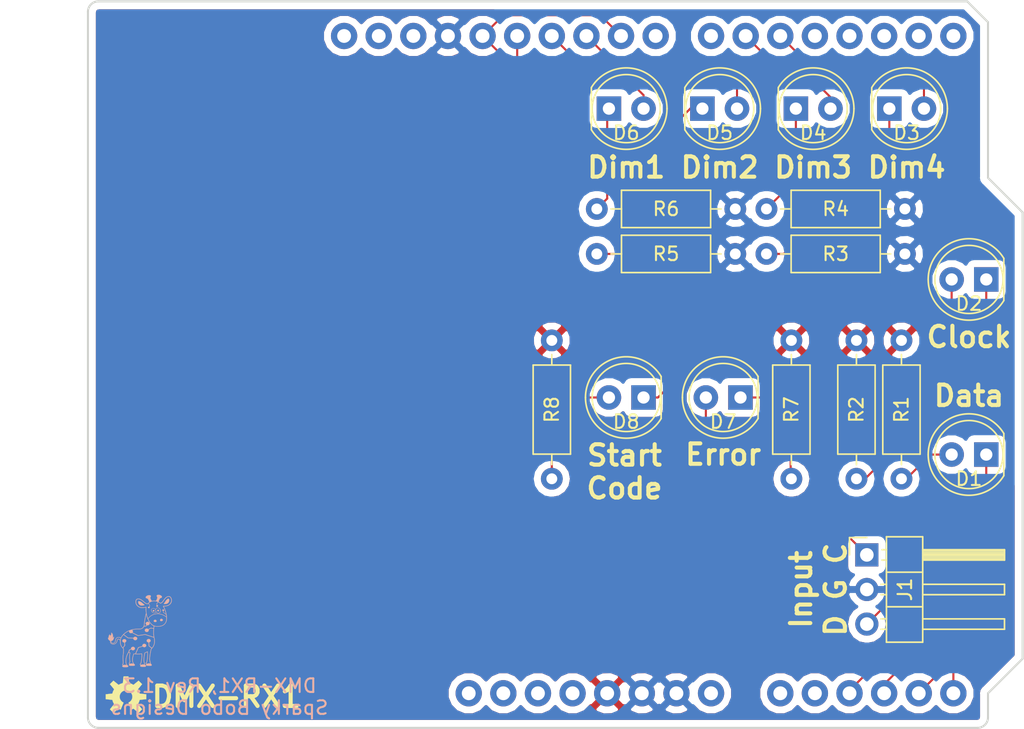
<source format=kicad_pcb>
(kicad_pcb (version 20171130) (host pcbnew "(5.0.0)")
  (title_block (title "DMX Demonstrator - Receiver (DMX-RX1)") (date 2023-03-02) (rev 1.3) (company "Sparky Bobo Designs") (comment 2 "Designed by: SparkyBobo") (comment 3 https://creativecommons.org/licenses/by-sa/4.0/) (comment 4 "Released under the Creative Commons Attribution Share-Alike 4.0 License"))
  (layers (0 F.Cu signal) (31 B.Cu signal) (34 B.Paste user) (35 F.Paste user) (36 B.SilkS user) (37 F.SilkS user) (38 B.Mask user) (39 F.Mask user) (44 Edge.Cuts user))
  (net 0 "")
  (net 1 +5V)
  (net 2 GND)
  (net 3 "Net-(D8-Pad2)")
  (net 4 "Net-(D7-Pad2)")
  (net 5 "Net-(D1-Pad2)")
  (net 6 "Net-(D2-Pad2)")
  (net 7 "Net-(A1-Pad32)")
  (net 8 "Net-(A1-Pad31)")
  (net 9 "Net-(A1-Pad1)")
  (net 10 "Net-(A1-Pad2)")
  (net 11 "Net-(A1-Pad3)")
  (net 12 "Net-(A1-Pad4)")
  (net 13 "Net-(A1-Pad8)")
  (net 14 "Net-(A1-Pad15)")
  (net 15 "Net-(A1-Pad16)")
  (net 16 /~DATA)
  (net 17 /~CLOCK)
  (net 18 /~DIM3)
  (net 19 /~DIM2)
  (net 20 /~DIM1)
  (net 21 /~DIM0)
  (net 22 /RX)
  (net 23 /RXCLK)
  (net 24 "Net-(A1-Pad30)")
  (net 25 "Net-(A1-Pad9)")
  (net 26 "Net-(A1-Pad10)")
  (net 27 "Net-(A1-Pad17)")
  (net 28 "Net-(A1-Pad18)")
  (net 29 "Net-(A1-Pad19)")
  (net 30 "Net-(A1-Pad22)")
  (net 31 "Net-(A1-Pad23)")
  (net 32 "Net-(D3-Pad1)")
  (net 33 "Net-(D4-Pad1)")
  (net 34 "Net-(D5-Pad1)")
  (net 35 "Net-(D6-Pad1)")
  (net 36 /~ERR)
  (net 37 /~SC)
  (module Resistor_THT:R_Axial_DIN0207_L6.3mm_D2.5mm_P10.16mm_Horizontal (layer F.Cu) (at 150.368 88.138 270)
    (fp_text reference R8 (at 5.08 0 270) (layer F.SilkS))
    (fp_text value 330)
    (pad 2 thru_hole oval (at 10.16 0 270) (size 1.6 1.6) (drill 0.8) (layers *.Cu *.Mask) (net 3 "Net-(D8-Pad2)"))
    (pad 1 thru_hole circle (at 0 0 270) (size 1.6 1.6) (drill 0.8) (layers *.Cu *.Mask) (net 1 +5V))
  )
  (module LED_THT:LED_D5.0mm (layer F.Cu) (at 164.211 92.329 180)
    (fp_text reference D7 (at 1.27 -1.778 180) (layer F.SilkS))
    (fp_text value ERROR)
    (pad 1 thru_hole rect (at 0 0 180) (size 1.8 1.8) (drill 0.9) (layers *.Cu *.Mask) (net 36 /~ERR))
    (pad 2 thru_hole circle (at 2.54 0 180) (size 1.8 1.8) (drill 0.9) (layers *.Cu *.Mask) (net 4 "Net-(D7-Pad2)"))
  )
  (module footprints:ARDUINO_R3_NO_HOLES (layer F.Cu) (at 150.622 89.916)
    (fp_text reference A1 hide)
    (fp_text value Arduino_UNO_R3 hide)
    (pad 4 thru_hole circle (at 1.27 24.13) (size 1.9304 1.9304) (drill 1.016) (layers *.Cu *.Mask) (net 12 "Net-(A1-Pad4)"))
    (pad 5 thru_hole circle (at 3.81 24.13) (size 1.9304 1.9304) (drill 1.016) (layers *.Cu *.Mask) (net 1 +5V))
    (pad 9 thru_hole circle (at 16.51 24.13) (size 1.9304 1.9304) (drill 1.016) (layers *.Cu *.Mask) (net 25 "Net-(A1-Pad9)"))
    (pad 10 thru_hole circle (at 19.05 24.13) (size 1.9304 1.9304) (drill 1.016) (layers *.Cu *.Mask) (net 26 "Net-(A1-Pad10)"))
    (pad 11 thru_hole circle (at 21.59 24.13) (size 1.9304 1.9304) (drill 1.016) (layers *.Cu *.Mask) (net 36 /~ERR))
    (pad 12 thru_hole circle (at 24.13 24.13) (size 1.9304 1.9304) (drill 1.016) (layers *.Cu *.Mask) (net 37 /~SC))
    (pad 13 thru_hole circle (at 26.67 24.13) (size 1.9304 1.9304) (drill 1.016) (layers *.Cu *.Mask) (net 16 /~DATA))
    (pad 14 thru_hole circle (at 29.21 24.13) (size 1.9304 1.9304) (drill 1.016) (layers *.Cu *.Mask) (net 17 /~CLOCK))
    (pad 30 thru_hole circle (at -10.414 -24.13) (size 1.9304 1.9304) (drill 1.016) (layers *.Cu *.Mask) (net 24 "Net-(A1-Pad30)"))
    (pad 15 thru_hole circle (at 29.21 -24.13) (size 1.9304 1.9304) (drill 1.016) (layers *.Cu *.Mask) (net 14 "Net-(A1-Pad15)"))
    (pad 16 thru_hole circle (at 26.67 -24.13) (size 1.9304 1.9304) (drill 1.016) (layers *.Cu *.Mask) (net 15 "Net-(A1-Pad16)"))
    (pad 17 thru_hole circle (at 24.13 -24.13) (size 1.9304 1.9304) (drill 1.016) (layers *.Cu *.Mask) (net 27 "Net-(A1-Pad17)"))
    (pad 18 thru_hole circle (at 21.59 -24.13) (size 1.9304 1.9304) (drill 1.016) (layers *.Cu *.Mask) (net 28 "Net-(A1-Pad18)"))
    (pad 19 thru_hole circle (at 19.05 -24.13) (size 1.9304 1.9304) (drill 1.016) (layers *.Cu *.Mask) (net 29 "Net-(A1-Pad19)"))
    (pad 20 thru_hole circle (at 16.51 -24.13) (size 1.9304 1.9304) (drill 1.016) (layers *.Cu *.Mask) (net 18 /~DIM3))
    (pad 21 thru_hole circle (at 13.97 -24.13) (size 1.9304 1.9304) (drill 1.016) (layers *.Cu *.Mask) (net 19 /~DIM2))
    (pad 22 thru_hole circle (at 11.43 -24.13) (size 1.9304 1.9304) (drill 1.016) (layers *.Cu *.Mask) (net 30 "Net-(A1-Pad22)"))
    (pad 23 thru_hole circle (at 7.366 -24.13) (size 1.9304 1.9304) (drill 1.016) (layers *.Cu *.Mask) (net 31 "Net-(A1-Pad23)"))
    (pad 24 thru_hole circle (at 4.826 -24.13) (size 1.9304 1.9304) (drill 1.016) (layers *.Cu *.Mask) (net 23 /RXCLK))
    (pad 25 thru_hole circle (at 2.286 -24.13) (size 1.9304 1.9304) (drill 1.016) (layers *.Cu *.Mask) (net 20 /~DIM1))
    (pad 26 thru_hole circle (at -0.254 -24.13) (size 1.9304 1.9304) (drill 1.016) (layers *.Cu *.Mask) (net 21 /~DIM0))
    (pad 27 thru_hole circle (at -2.794 -24.13) (size 1.9304 1.9304) (drill 1.016) (layers *.Cu *.Mask) (net 22 /RX))
    (pad 28 thru_hole circle (at -5.334 -24.13) (size 1.9304 1.9304) (drill 1.016) (layers *.Cu *.Mask) (net 23 /RXCLK))
    (pad 6 thru_hole circle (at 6.35 24.13) (size 1.9304 1.9304) (drill 1.016) (layers *.Cu *.Mask) (net 2 GND))
    (pad 7 thru_hole circle (at 8.89 24.13) (size 1.9304 1.9304) (drill 1.016) (layers *.Cu *.Mask) (net 2 GND))
    (pad 29 thru_hole circle (at -7.874 -24.13) (size 1.9304 1.9304) (drill 1.016) (layers *.Cu *.Mask) (net 2 GND))
    (pad 2 thru_hole circle (at -3.81 24.13) (size 1.9304 1.9304) (drill 1.016) (layers *.Cu *.Mask) (net 10 "Net-(A1-Pad2)"))
    (pad 1 thru_hole circle (at -6.35 24.13) (size 1.9304 1.9304) (drill 1.016) (layers *.Cu *.Mask) (net 9 "Net-(A1-Pad1)"))
    (pad 3 thru_hole circle (at -1.27 24.13) (size 1.9304 1.9304) (drill 1.016) (layers *.Cu *.Mask) (net 11 "Net-(A1-Pad3)"))
    (pad 32 thru_hole circle (at -15.494 -24.13) (size 1.9304 1.9304) (drill 1.016) (layers *.Cu *.Mask) (net 7 "Net-(A1-Pad32)"))
    (pad 31 thru_hole circle (at -12.954 -24.13) (size 1.9304 1.9304) (drill 1.016) (layers *.Cu *.Mask) (net 8 "Net-(A1-Pad31)"))
    (pad 8 thru_hole circle (at 11.43 24.13) (size 1.9304 1.9304) (drill 1.016) (layers *.Cu *.Mask) (net 13 "Net-(A1-Pad8)"))
  )
  (module Resistor_THT:R_Axial_DIN0207_L6.3mm_D2.5mm_P10.16mm_Horizontal (layer F.Cu) (at 172.72 88.138 270)
    (fp_text reference R2 (at 5.08 0 270) (layer F.SilkS))
    (fp_text value 330)
    (pad 2 thru_hole oval (at 10.16 0 270) (size 1.6 1.6) (drill 0.8) (layers *.Cu *.Mask) (net 6 "Net-(D2-Pad2)"))
    (pad 1 thru_hole circle (at 0 0 270) (size 1.6 1.6) (drill 0.8) (layers *.Cu *.Mask) (net 1 +5V))
  )
  (module Resistor_THT:R_Axial_DIN0207_L6.3mm_D2.5mm_P10.16mm_Horizontal (layer F.Cu) (at 176.276 81.788 180)
    (fp_text reference R3 (at 5.08 0 180) (layer F.SilkS))
    (fp_text value 330)
    (pad 2 thru_hole oval (at 10.16 0 180) (size 1.6 1.6) (drill 0.8) (layers *.Cu *.Mask) (net 32 "Net-(D3-Pad1)"))
    (pad 1 thru_hole circle (at 0 0 180) (size 1.6 1.6) (drill 0.8) (layers *.Cu *.Mask) (net 2 GND))
  )
  (module Resistor_THT:R_Axial_DIN0207_L6.3mm_D2.5mm_P10.16mm_Horizontal (layer F.Cu) (at 176.022 88.138 270)
    (fp_text reference R1 (at 5.08 0 270) (layer F.SilkS))
    (fp_text value 330)
    (pad 1 thru_hole circle (at 0 0 270) (size 1.6 1.6) (drill 0.8) (layers *.Cu *.Mask) (net 1 +5V))
    (pad 2 thru_hole oval (at 10.16 0 270) (size 1.6 1.6) (drill 0.8) (layers *.Cu *.Mask) (net 5 "Net-(D1-Pad2)"))
  )
  (module Resistor_THT:R_Axial_DIN0207_L6.3mm_D2.5mm_P10.16mm_Horizontal (layer F.Cu) (at 176.276 78.486 180)
    (fp_text reference R4 (at 5.08 0 180) (layer F.SilkS))
    (fp_text value 330)
    (pad 2 thru_hole oval (at 10.16 0 180) (size 1.6 1.6) (drill 0.8) (layers *.Cu *.Mask) (net 33 "Net-(D4-Pad1)"))
    (pad 1 thru_hole circle (at 0 0 180) (size 1.6 1.6) (drill 0.8) (layers *.Cu *.Mask) (net 2 GND))
  )
  (module Resistor_THT:R_Axial_DIN0207_L6.3mm_D2.5mm_P10.16mm_Horizontal (layer F.Cu) (at 163.83 81.788 180)
    (fp_text reference R5 (at 5.08 0 180) (layer F.SilkS))
    (fp_text value 330)
    (pad 1 thru_hole circle (at 0 0 180) (size 1.6 1.6) (drill 0.8) (layers *.Cu *.Mask) (net 2 GND))
    (pad 2 thru_hole oval (at 10.16 0 180) (size 1.6 1.6) (drill 0.8) (layers *.Cu *.Mask) (net 34 "Net-(D5-Pad1)"))
  )
  (module Resistor_THT:R_Axial_DIN0207_L6.3mm_D2.5mm_P10.16mm_Horizontal (layer F.Cu) (at 163.83 78.486 180)
    (fp_text reference R6 (at 5.08 0 180) (layer F.SilkS))
    (fp_text value 330)
    (pad 2 thru_hole oval (at 10.16 0 180) (size 1.6 1.6) (drill 0.8) (layers *.Cu *.Mask) (net 35 "Net-(D6-Pad1)"))
    (pad 1 thru_hole circle (at 0 0 180) (size 1.6 1.6) (drill 0.8) (layers *.Cu *.Mask) (net 2 GND))
  )
  (module LED_THT:LED_D5.0mm (layer F.Cu) (at 182.245 96.52 180)
    (fp_text reference D1 (at 1.27 -1.778 180) (layer F.SilkS))
    (fp_text value DATA)
    (pad 1 thru_hole rect (at 0 0 180) (size 1.8 1.8) (drill 0.9) (layers *.Cu *.Mask) (net 16 /~DATA))
    (pad 2 thru_hole circle (at 2.54 0 180) (size 1.8 1.8) (drill 0.9) (layers *.Cu *.Mask) (net 5 "Net-(D1-Pad2)"))
  )
  (module LED_THT:LED_D5.0mm (layer F.Cu) (at 175.133 71.12)
    (fp_text reference D3 (at 1.27 1.778) (layer F.SilkS))
    (fp_text value DIM3)
    (pad 1 thru_hole rect (at 0 0) (size 1.8 1.8) (drill 0.9) (layers *.Cu *.Mask) (net 32 "Net-(D3-Pad1)"))
    (pad 2 thru_hole circle (at 2.54 0) (size 1.8 1.8) (drill 0.9) (layers *.Cu *.Mask) (net 18 /~DIM3))
  )
  (module LED_THT:LED_D5.0mm (layer F.Cu) (at 168.275 71.12)
    (fp_text reference D4 (at 1.27 1.778) (layer F.SilkS))
    (fp_text value DIM2)
    (pad 2 thru_hole circle (at 2.54 0) (size 1.8 1.8) (drill 0.9) (layers *.Cu *.Mask) (net 19 /~DIM2))
    (pad 1 thru_hole rect (at 0 0) (size 1.8 1.8) (drill 0.9) (layers *.Cu *.Mask) (net 33 "Net-(D4-Pad1)"))
  )
  (module LED_THT:LED_D5.0mm (layer F.Cu) (at 161.417 71.12)
    (fp_text reference D5 (at 1.27 1.778) (layer F.SilkS))
    (fp_text value DIM1)
    (pad 1 thru_hole rect (at 0 0) (size 1.8 1.8) (drill 0.9) (layers *.Cu *.Mask) (net 34 "Net-(D5-Pad1)"))
    (pad 2 thru_hole circle (at 2.54 0) (size 1.8 1.8) (drill 0.9) (layers *.Cu *.Mask) (net 20 /~DIM1))
  )
  (module LED_THT:LED_D5.0mm (layer F.Cu) (at 154.559 71.12)
    (fp_text reference D6 (at 1.27 1.778) (layer F.SilkS))
    (fp_text value DIM0)
    (pad 2 thru_hole circle (at 2.54 0) (size 1.8 1.8) (drill 0.9) (layers *.Cu *.Mask) (net 21 /~DIM0))
    (pad 1 thru_hole rect (at 0 0) (size 1.8 1.8) (drill 0.9) (layers *.Cu *.Mask) (net 35 "Net-(D6-Pad1)"))
  )
  (module Connector_PinHeader_2.54mm:PinHeader_1x03_P2.54mm_Horizontal (layer F.Cu) (at 173.482 103.886)
    (fp_text reference J1 (at 2.794 2.54 90) (layer F.SilkS))
    (fp_text value Input)
    (pad 1 thru_hole rect (at 0 0) (size 1.7 1.7) (drill 1) (layers *.Cu *.Mask) (net 23 /RXCLK))
    (pad 2 thru_hole oval (at 0 2.54) (size 1.7 1.7) (drill 1) (layers *.Cu *.Mask) (net 2 GND))
    (pad 3 thru_hole oval (at 0 5.08) (size 1.7 1.7) (drill 1) (layers *.Cu *.Mask) (net 22 /RX))
  )
  (module LED_THT:LED_D5.0mm (layer F.Cu) (at 182.245 83.662 180)
    (fp_text reference D2 (at 1.27 -1.778 180) (layer F.SilkS))
    (fp_text value CLOCK)
    (pad 2 thru_hole circle (at 2.54 0 180) (size 1.8 1.8) (drill 0.9) (layers *.Cu *.Mask) (net 6 "Net-(D2-Pad2)"))
    (pad 1 thru_hole rect (at 0 0 180) (size 1.8 1.8) (drill 0.9) (layers *.Cu *.Mask) (net 17 /~CLOCK))
  )
  (module footprints:OSHW-LOGO-S (layer F.Cu) (at 119.126 114.3)
    (fp_text reference "" (at 0 0) (layer F.SilkS) (effects (font (size 1.524 1.524))))
    (fp_text value "" (at 0 0) (layer F.SilkS) (effects (font (size 1.524 1.524))))
  )
  (module footprints:logo_cr_5x5 (layer B.Cu) (at 120.142 109.474 180)
    (fp_text reference G*** hide)
    (fp_text value LOGO hide)
  )
  (module LED_THT:LED_D5.0mm (layer F.Cu) (at 157.099 92.329 180)
    (fp_text reference D8 (at 1.27 -1.778 180) (layer F.SilkS))
    (fp_text value START_CODE)
    (pad 2 thru_hole circle (at 2.54 0 180) (size 1.8 1.8) (drill 0.9) (layers *.Cu *.Mask) (net 3 "Net-(D8-Pad2)"))
    (pad 1 thru_hole rect (at 0 0 180) (size 1.8 1.8) (drill 0.9) (layers *.Cu *.Mask) (net 37 /~SC))
  )
  (module Resistor_THT:R_Axial_DIN0207_L6.3mm_D2.5mm_P10.16mm_Horizontal (layer F.Cu) (at 167.9448 88.138 270)
    (fp_text reference R7 (at 5.08 0 270) (layer F.SilkS))
    (fp_text value 330)
    (pad 1 thru_hole circle (at 0 0 270) (size 1.6 1.6) (drill 0.8) (layers *.Cu *.Mask) (net 1 +5V))
    (pad 2 thru_hole oval (at 10.16 0 270) (size 1.6 1.6) (drill 0.8) (layers *.Cu *.Mask) (net 4 "Net-(D7-Pad2)"))
  )
  (gr_text Error (at 162.941 96.52) (layer F.SilkS) (effects (font (size 1.5 1.5) (thickness 0.3))))
  (gr_text "Start\nCode" (at 155.702 97.79) (layer F.SilkS) (effects (font (size 1.5 1.5) (thickness 0.3))))
  (gr_arc (start 181.61 115.824) (end 181.61 116.586) (angle -90) (layer Edge.Cuts) (width 0.15))
  (gr_arc (start 117.094 115.824) (end 116.332 115.824) (angle -90) (layer Edge.Cuts) (width 0.15))
  (gr_arc (start 117.094 64.008) (end 117.094 63.246) (angle -90) (layer Edge.Cuts) (width 0.15))
  (gr_line (start 116.332 115.824) (end 116.332 64.008) (layer Edge.Cuts) (width 0.15))
  (gr_line (start 181.61 116.586) (end 117.094 116.586) (layer Edge.Cuts) (width 0.15))
  (gr_line (start 182.372 114.046) (end 182.372 115.824) (layer Edge.Cuts) (width 0.15))
  (gr_line (start 184.912 111.506) (end 182.372 114.046) (layer Edge.Cuts) (width 0.15))
  (gr_line (start 184.912 78.74) (end 184.912 111.506) (layer Edge.Cuts) (width 0.15))
  (gr_line (start 182.372 76.2) (end 184.912 78.74) (layer Edge.Cuts) (width 0.15))
  (gr_line (start 182.372 64.77) (end 182.372 76.2) (layer Edge.Cuts) (width 0.15))
  (gr_line (start 180.848 63.246) (end 182.372 64.77) (layer Edge.Cuts) (width 0.15))
  (gr_line (start 117.094 63.246) (end 180.848 63.246) (layer Edge.Cuts) (width 0.15))
  (gr_text "DMX-RX1, Rev 1.3\nSparky Bobo Designs" (at 125.984 114.3) (layer B.SilkS) (effects (font (size 1 1)) (justify mirror)))
  (gr_text DMX-RX1 (at 126.492 114.3) (layer F.SilkS) (effects (font (size 1.5 1.5) (thickness 0.3))))
  (gr_text Clock (at 180.975 87.884) (layer F.SilkS) (effects (font (size 1.5 1.5) (thickness 0.3))))
  (gr_text Input (at 168.656 106.426 90) (layer F.SilkS) (effects (font (size 1.5 1.5) (thickness 0.3))))
  (gr_text Dim4 (at 176.403 75.438) (layer F.SilkS) (effects (font (size 1.5 1.5) (thickness 0.3))))
  (gr_text Dim3 (at 169.545 75.438) (layer F.SilkS) (effects (font (size 1.5 1.5) (thickness 0.3))))
  (gr_text Dim2 (at 162.687 75.438) (layer F.SilkS) (effects (font (size 1.5 1.5) (thickness 0.3))))
  (gr_text Dim1 (at 155.829 75.438) (layer F.SilkS) (effects (font (size 1.5 1.5) (thickness 0.3))))
  (gr_text "D G C" (at 171.196 106.426 90) (layer F.SilkS) (effects (font (size 1.5 1.5) (thickness 0.3))))
  (gr_text Data (at 180.975 92.202) (layer F.SilkS) (effects (font (size 1.5 1.5) (thickness 0.3))))
  (segment (start 154.432 114.046) (end 153.997154 114.046) (width 0.3048) (layer F.Cu) (net 1))
  (segment (start 152.6286 92.329) (end 154.559 92.329) (width 0.1524) (layer F.Cu) (net 3))
  (segment (start 150.368 98.298) (end 150.368 94.5896) (width 0.1524) (layer F.Cu) (net 3))
  (segment (start 150.368 94.5896) (end 152.6286 92.329) (width 0.1524) (layer F.Cu) (net 3))
  (segment (start 167.894 98.2472) (end 167.9448 98.298) (width 0.1524) (layer F.Cu) (net 4))
  (segment (start 167.894 96.012) (end 167.894 98.2472) (width 0.1524) (layer F.Cu) (net 4))
  (segment (start 166.878 94.996) (end 167.894 96.012) (width 0.1524) (layer F.Cu) (net 4))
  (segment (start 162.1536 94.996) (end 166.878 94.996) (width 0.1524) (layer F.Cu) (net 4))
  (segment (start 161.671 92.329) (end 161.671 94.5134) (width 0.1524) (layer F.Cu) (net 4))
  (segment (start 161.671 94.5134) (end 162.1536 94.996) (width 0.1524) (layer F.Cu) (net 4))
  (segment (start 178.1556 96.52) (end 179.705 96.52) (width 0.1524) (layer F.Cu) (net 5))
  (segment (start 176.022 98.298) (end 176.3776 98.298) (width 0.1524) (layer F.Cu) (net 5))
  (segment (start 176.3776 98.298) (end 178.1556 96.52) (width 0.1524) (layer F.Cu) (net 5))
  (segment (start 179.705 91.948) (end 179.705 83.662) (width 0.1524) (layer F.Cu) (net 6))
  (segment (start 172.72 98.298) (end 173.355 98.298) (width 0.1524) (layer F.Cu) (net 6))
  (segment (start 173.355 98.298) (end 179.705 91.948) (width 0.1524) (layer F.Cu) (net 6))
  (segment (start 182.245 109.093) (end 182.245 96.52) (width 0.1524) (layer F.Cu) (net 16))
  (segment (start 177.292 114.046) (end 182.245 109.093) (width 0.1524) (layer F.Cu) (net 16))
  (segment (start 182.245 91.6686) (end 182.245 89.916) (width 0.1524) (layer F.Cu) (net 17))
  (segment (start 179.832 112.0648) (end 182.5752 109.3216) (width 0.1524) (layer F.Cu) (net 17))
  (segment (start 179.832 114.046) (end 179.832 112.0648) (width 0.1524) (layer F.Cu) (net 17))
  (segment (start 182.5752 109.3216) (end 182.5752 99.4156) (width 0.1524) (layer F.Cu) (net 17))
  (segment (start 182.5752 99.4156) (end 183.8452 98.1456) (width 0.1524) (layer F.Cu) (net 17))
  (segment (start 183.8452 98.1456) (end 183.8452 93.2688) (width 0.1524) (layer F.Cu) (net 17))
  (segment (start 183.8452 93.2688) (end 182.245 91.6686) (width 0.1524) (layer F.Cu) (net 17))
  (segment (start 182.245 83.662) (end 182.245 89.916) (width 0.1524) (layer F.Cu) (net 17))
  (segment (start 182.245 89.916) (end 182.245 89.662) (width 0.1524) (layer F.Cu) (net 17))
  (segment (start 168.91 67.564) (end 167.132 65.786) (width 0.1524) (layer F.Cu) (net 18))
  (segment (start 176.53 67.564) (end 168.91 67.564) (width 0.1524) (layer F.Cu) (net 18))
  (segment (start 177.673 71.12) (end 177.673 68.707) (width 0.1524) (layer F.Cu) (net 18))
  (segment (start 177.673 68.707) (end 176.53 67.564) (width 0.1524) (layer F.Cu) (net 18))
  (segment (start 170.815 70.2818) (end 170.815 71.12) (width 0.1524) (layer F.Cu) (net 19))
  (segment (start 168.6052 68.072) (end 170.815 70.2818) (width 0.1524) (layer F.Cu) (net 19))
  (segment (start 164.592 65.786) (end 166.878 68.072) (width 0.1524) (layer F.Cu) (net 19))
  (segment (start 166.878 68.072) (end 168.6052 68.072) (width 0.1524) (layer F.Cu) (net 19))
  (segment (start 163.957 68.707) (end 163.957 71.12) (width 0.1524) (layer F.Cu) (net 20))
  (segment (start 162.814 67.564) (end 163.957 68.707) (width 0.1524) (layer F.Cu) (net 20))
  (segment (start 152.908 65.786) (end 154.686 67.564) (width 0.1524) (layer F.Cu) (net 20))
  (segment (start 154.686 67.564) (end 162.814 67.564) (width 0.1524) (layer F.Cu) (net 20))
  (segment (start 157.099 70.1294) (end 157.099 71.12) (width 0.1524) (layer F.Cu) (net 21))
  (segment (start 155.0416 68.072) (end 157.099 70.1294) (width 0.1524) (layer F.Cu) (net 21))
  (segment (start 150.368 65.786) (end 152.654 68.072) (width 0.1524) (layer F.Cu) (net 21))
  (segment (start 152.654 68.072) (end 155.0416 68.072) (width 0.1524) (layer F.Cu) (net 21))
  (segment (start 147.828 67.691) (end 147.828 65.786) (width 0.1524) (layer F.Cu) (net 22))
  (segment (start 152.146 72.009) (end 147.828 67.691) (width 0.1524) (layer F.Cu) (net 22))
  (segment (start 175.895 83.693) (end 153.416 83.693) (width 0.1524) (layer F.Cu) (net 22))
  (segment (start 153.416 83.693) (end 152.146 82.423) (width 0.1524) (layer F.Cu) (net 22))
  (segment (start 178.308 89.154) (end 178.308 86.106) (width 0.1524) (layer F.Cu) (net 22))
  (segment (start 152.146 82.423) (end 152.146 72.009) (width 0.1524) (layer F.Cu) (net 22))
  (segment (start 148.844 94.615) (end 153.035 90.424) (width 0.1524) (layer F.Cu) (net 22))
  (segment (start 178.308 86.106) (end 175.895 83.693) (width 0.1524) (layer F.Cu) (net 22))
  (segment (start 175.1584 107.2896) (end 175.1584 102.5144) (width 0.1524) (layer F.Cu) (net 22))
  (segment (start 177.038 90.424) (end 178.308 89.154) (width 0.1524) (layer F.Cu) (net 22))
  (segment (start 173.482 108.966) (end 175.1584 107.2896) (width 0.1524) (layer F.Cu) (net 22))
  (segment (start 175.1584 102.5144) (end 174.5996 101.9556) (width 0.1524) (layer F.Cu) (net 22))
  (segment (start 174.5996 101.9556) (end 151.6126 101.9556) (width 0.1524) (layer F.Cu) (net 22))
  (segment (start 151.6126 101.9556) (end 148.844 99.187) (width 0.1524) (layer F.Cu) (net 22))
  (segment (start 153.035 90.424) (end 177.038 90.424) (width 0.1524) (layer F.Cu) (net 22))
  (segment (start 148.844 99.187) (end 148.844 94.615) (width 0.1524) (layer F.Cu) (net 22))
  (segment (start 145.6944 66.1924) (end 145.288 65.786) (width 0.1524) (layer F.Cu) (net 23))
  (segment (start 173.482 103.886) (end 173.482 103.124) (width 0.1524) (layer F.Cu) (net 23))
  (segment (start 155.448 65.786) (end 153.924 64.262) (width 0.1524) (layer F.Cu) (net 23))
  (segment (start 146.812 64.262) (end 145.288 65.786) (width 0.1524) (layer F.Cu) (net 23))
  (segment (start 153.924 64.262) (end 146.812 64.262) (width 0.1524) (layer F.Cu) (net 23))
  (segment (start 176.911 90.043) (end 152.908 90.043) (width 0.1524) (layer F.Cu) (net 23))
  (segment (start 177.87619 89.07781) (end 176.911 90.043) (width 0.1524) (layer F.Cu) (net 23))
  (segment (start 148.463 99.314) (end 151.511 102.362) (width 0.1524) (layer F.Cu) (net 23))
  (segment (start 151.765 72.263) (end 151.765 82.677) (width 0.1524) (layer F.Cu) (net 23))
  (segment (start 145.288 65.786) (end 151.765 72.263) (width 0.1524) (layer F.Cu) (net 23))
  (segment (start 171.958 102.362) (end 173.482 103.886) (width 0.1524) (layer F.Cu) (net 23))
  (segment (start 148.463 94.488) (end 148.463 99.314) (width 0.1524) (layer F.Cu) (net 23))
  (segment (start 151.765 82.677) (end 153.162 84.074) (width 0.1524) (layer F.Cu) (net 23))
  (segment (start 153.162 84.074) (end 175.71719 84.074) (width 0.1524) (layer F.Cu) (net 23))
  (segment (start 151.511 102.362) (end 171.958 102.362) (width 0.1524) (layer F.Cu) (net 23))
  (segment (start 175.71719 84.074) (end 177.87619 86.233) (width 0.1524) (layer F.Cu) (net 23))
  (segment (start 152.908 90.043) (end 148.463 94.488) (width 0.1524) (layer F.Cu) (net 23))
  (segment (start 177.87619 86.233) (end 177.87619 89.07781) (width 0.1524) (layer F.Cu) (net 23))
  (segment (start 175.133 74.041) (end 175.133 71.12) (width 0.1524) (layer F.Cu) (net 32))
  (segment (start 166.116 81.788) (end 167.386 81.788) (width 0.1524) (layer F.Cu) (net 32))
  (segment (start 167.386 81.788) (end 175.133 74.041) (width 0.1524) (layer F.Cu) (net 32))
  (segment (start 168.275 76.327) (end 166.116 78.486) (width 0.1524) (layer F.Cu) (net 33))
  (segment (start 168.275 71.12) (end 168.275 76.327) (width 0.1524) (layer F.Cu) (net 33))
  (segment (start 160.528 71.12) (end 161.417 71.12) (width 0.1524) (layer F.Cu) (net 34))
  (segment (start 159.512 72.136) (end 160.528 71.12) (width 0.1524) (layer F.Cu) (net 34))
  (segment (start 159.512 77.33137) (end 159.512 72.136) (width 0.1524) (layer F.Cu) (net 34))
  (segment (start 153.924 81.788) (end 155.05537 81.788) (width 0.1524) (layer F.Cu) (net 34))
  (segment (start 155.05537 81.788) (end 159.512 77.33137) (width 0.1524) (layer F.Cu) (net 34))
  (segment (start 154.432 71.247) (end 154.559 71.12) (width 0.1524) (layer F.Cu) (net 35))
  (segment (start 153.67 78.486) (end 154.432 77.724) (width 0.1524) (layer F.Cu) (net 35))
  (segment (start 154.432 77.724) (end 154.432 71.247) (width 0.1524) (layer F.Cu) (net 35))
  (segment (start 168.783 92.329) (end 164.211 92.329) (width 0.1524) (layer F.Cu) (net 36))
  (segment (start 170.6372 94.1832) (end 168.783 92.329) (width 0.1524) (layer F.Cu) (net 36))
  (segment (start 170.6372 99.5172) (end 170.6372 94.1832) (width 0.1524) (layer F.Cu) (net 36))
  (segment (start 171.2468 100.1268) (end 170.6372 99.5172) (width 0.1524) (layer F.Cu) (net 36))
  (segment (start 172.212 113.8428) (end 174.1932 111.8616) (width 0.1524) (layer F.Cu) (net 36))
  (segment (start 172.212 114.046) (end 172.212 113.8428) (width 0.1524) (layer F.Cu) (net 36))
  (segment (start 174.1932 111.8616) (end 178.308 111.8616) (width 0.1524) (layer F.Cu) (net 36))
  (segment (start 178.308 111.8616) (end 181.5084 108.6612) (width 0.1524) (layer F.Cu) (net 36))
  (segment (start 181.5084 108.6612) (end 181.5084 100.9396) (width 0.1524) (layer F.Cu) (net 36))
  (segment (start 180.6956 100.1268) (end 171.2468 100.1268) (width 0.1524) (layer F.Cu) (net 36))
  (segment (start 181.5084 100.9396) (end 180.6956 100.1268) (width 0.1524) (layer F.Cu) (net 36))
  (segment (start 158.1514 92.329) (end 157.099 92.329) (width 0.1524) (layer F.Cu) (net 37))
  (segment (start 159.6754 90.805) (end 158.1514 92.329) (width 0.1524) (layer F.Cu) (net 37))
  (segment (start 170.942 93.98) (end 167.767 90.805) (width 0.1524) (layer F.Cu) (net 37))
  (segment (start 167.767 90.805) (end 159.6754 90.805) (width 0.1524) (layer F.Cu) (net 37))
  (segment (start 170.942 99.314) (end 170.942 93.98) (width 0.1524) (layer F.Cu) (net 37))
  (segment (start 171.3992 99.7712) (end 170.942 99.314) (width 0.1524) (layer F.Cu) (net 37))
  (segment (start 180.9496 99.7712) (end 171.3992 99.7712) (width 0.1524) (layer F.Cu) (net 37))
  (segment (start 174.752 114.046) (end 174.752 113.3856) (width 0.1524) (layer F.Cu) (net 37))
  (segment (start 175.9204 112.2172) (end 178.5112 112.2172) (width 0.1524) (layer F.Cu) (net 37))
  (segment (start 178.5112 112.2172) (end 181.864 108.8644) (width 0.1524) (layer F.Cu) (net 37))
  (segment (start 174.752 113.3856) (end 175.9204 112.2172) (width 0.1524) (layer F.Cu) (net 37))
  (segment (start 181.864 108.8644) (end 181.864 100.6856) (width 0.1524) (layer F.Cu) (net 37))
  (segment (start 181.864 100.6856) (end 180.9496 99.7712) (width 0.1524) (layer F.Cu) (net 37))
  (zone (net 2) (net_name GND) (layer B.Cu) (connect_pads (clearance 0.508)) (min_thickness 0.254) (fill yes (arc_segments 16) (thermal_gap 0.508) (thermal_bridge_width 0.508))
    (polygon (pts (xy 116.586 63.754) (xy 116.84 63.5) (xy 180.848 63.5) (xy 182.118 64.77) (xy 182.118 76.454) (xy 184.658 78.994) (xy 184.658 111.252) (xy 182.118 113.792) (xy 182.118 116.078) (xy 181.864 116.332) (xy 116.84 116.332) (xy 116.586 116.078)))
  )
  (zone (net 1) (net_name +5V) (layer F.Cu) (connect_pads (clearance 0.508)) (min_thickness 0.254) (fill yes (arc_segments 16) (thermal_gap 0.508) (thermal_bridge_width 0.508))
    (polygon (pts (xy 116.586 63.754) (xy 116.84 63.5) (xy 180.848 63.5) (xy 182.118 64.77) (xy 182.118 76.454) (xy 184.658 78.994) (xy 184.658 111.252) (xy 182.118 113.792) (xy 182.118 116.078) (xy 181.864 116.332) (xy 116.84 116.332) (xy 116.586 116.078)))
  )
)
</source>
